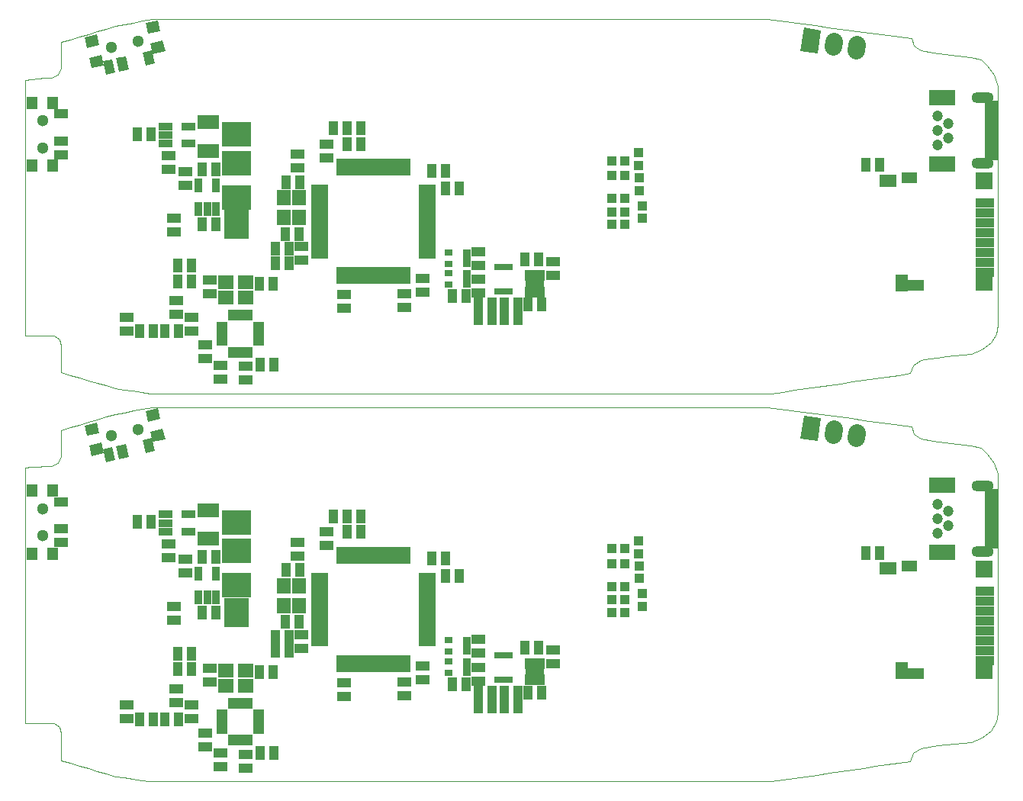
<source format=gbr>
G04 #@! TF.FileFunction,Soldermask,Top*
%FSLAX46Y46*%
G04 Gerber Fmt 4.6, Leading zero omitted, Abs format (unit mm)*
G04 Created by KiCad (PCBNEW 4.0.2+dfsg1-stable) date Sat 02 Apr 2016 08:09:56 PM CEST*
%MOMM*%
G01*
G04 APERTURE LIST*
%ADD10C,0.150000*%
%ADD11C,0.100000*%
%ADD12R,0.908000X0.704800*%
%ADD13R,0.600000X0.800000*%
%ADD14R,1.035000X1.543000*%
%ADD15R,1.543000X1.035000*%
%ADD16C,1.200000*%
%ADD17R,2.900000X1.800000*%
%ADD18O,2.450000X1.250000*%
%ADD19R,1.600000X6.600000*%
%ADD20R,1.100000X1.000000*%
%ADD21R,1.000000X1.100000*%
%ADD22R,1.799540X1.598880*%
%ADD23R,1.598880X1.799540*%
%ADD24R,2.150000X1.100000*%
%ADD25R,1.900000X1.900000*%
%ADD26R,1.900000X1.700000*%
%ADD27R,1.800000X1.200000*%
%ADD28R,1.950000X1.400000*%
%ADD29R,1.400000X1.850000*%
%ADD30R,1.900000X1.200000*%
%ADD31R,0.948640X1.598880*%
%ADD32R,1.598880X0.948640*%
%ADD33R,1.500000X1.100000*%
%ADD34R,1.200000X1.400000*%
%ADD35C,1.300000*%
%ADD36C,1.924000*%
%ADD37R,1.901140X0.669240*%
%ADD38R,0.648920X1.901140*%
%ADD39R,2.398980X1.598880*%
%ADD40R,0.700000X1.150000*%
%ADD41R,2.000000X0.850000*%
%ADD42R,1.162000X0.654000*%
%ADD43R,0.654000X1.162000*%
%ADD44R,2.700000X3.200000*%
%ADD45R,3.200000X2.700000*%
G04 APERTURE END LIST*
D10*
D11*
X76847362Y-132519297D02*
X76846256Y-131355372D01*
X76847362Y-133709297D02*
X76846256Y-132545372D01*
X184823672Y-130009669D02*
X184823672Y-156552737D01*
X184823672Y-156552737D02*
X184639437Y-157502628D01*
X184639437Y-157502628D02*
X184011984Y-158473819D01*
X184011984Y-158473819D02*
X183028434Y-159241019D01*
X183028434Y-159241019D02*
X181885338Y-159743638D01*
X181885338Y-159743638D02*
X180946166Y-159822981D01*
X180946166Y-159822981D02*
X179997997Y-159911175D01*
X179997997Y-159911175D02*
X179058819Y-160008122D01*
X179058819Y-160008122D02*
X178119541Y-160122762D01*
X178119541Y-160122762D02*
X177189253Y-160255113D01*
X177189253Y-160255113D02*
X176267650Y-160457841D01*
X176267650Y-160457841D02*
X175434781Y-160987006D01*
X175434781Y-160987006D02*
X175062612Y-161877597D01*
X175062612Y-161877597D02*
X173777838Y-162071584D01*
X173777838Y-162071584D02*
X172493062Y-162256725D01*
X172493062Y-162256725D02*
X171208288Y-162441963D01*
X171208288Y-162441963D02*
X169923509Y-162627100D01*
X169923509Y-162627100D02*
X168638634Y-162812238D01*
X168638634Y-162812238D02*
X167353859Y-163006225D01*
X167353859Y-163006225D02*
X166069081Y-163191462D01*
X166069081Y-163191462D02*
X164784297Y-163376600D01*
X164784297Y-163376600D02*
X163499531Y-163561838D01*
X163499531Y-163561838D02*
X162214753Y-163755825D01*
X162214753Y-163755825D02*
X160929978Y-163940963D01*
X160929978Y-163940963D02*
X159645103Y-164126103D01*
X159645103Y-164126103D02*
X90726700Y-164126103D01*
X90726700Y-164126103D02*
X89760847Y-163985012D01*
X89760847Y-163985012D02*
X88795091Y-163835172D01*
X88795091Y-163835172D02*
X87820344Y-163694081D01*
X87820344Y-163694081D02*
X86854587Y-163544141D01*
X86854587Y-163544141D02*
X85853266Y-163253209D01*
X85853266Y-163253209D02*
X84852041Y-162953328D01*
X84852041Y-162953328D02*
X83850816Y-162662397D01*
X83850816Y-162662397D02*
X82849591Y-162362519D01*
X82849591Y-162362519D02*
X81848269Y-162071584D01*
X81848269Y-162071584D02*
X80847034Y-161771803D01*
X80847034Y-161771803D02*
X80855925Y-161031053D01*
X80855925Y-161031053D02*
X80855925Y-159540800D01*
X80855925Y-159540800D02*
X80847034Y-158791300D01*
X80847034Y-158791300D02*
X80643222Y-158094694D01*
X80643222Y-158094694D02*
X80049541Y-157671422D01*
X80049541Y-157671422D02*
X76850841Y-157671422D01*
X76850841Y-157671422D02*
X76850841Y-138536566D01*
X76849578Y-138527719D02*
X76848472Y-137334944D01*
X76848472Y-137304944D02*
X76848472Y-136142072D01*
X76848472Y-136112072D02*
X76847362Y-134939297D01*
X76847362Y-134889297D02*
X76846256Y-133725372D01*
X76844362Y-132319919D02*
X76844362Y-129304216D01*
X76824362Y-129304216D02*
X76823672Y-129304216D01*
X76823672Y-129304216D02*
X77559128Y-129233619D01*
X77559128Y-129233619D02*
X78285691Y-129171972D01*
X78285691Y-129171972D02*
X79021147Y-129118978D01*
X79021147Y-129118978D02*
X79747713Y-129101378D01*
X79747713Y-129101378D02*
X80509747Y-128783900D01*
X80509747Y-128783900D02*
X80837559Y-128016800D01*
X80837559Y-128016800D02*
X80837559Y-125133337D01*
X80837559Y-125133337D02*
X81838784Y-124842306D01*
X81838784Y-124842306D02*
X82848900Y-124542525D01*
X82848900Y-124542525D02*
X83850125Y-124251494D01*
X83850125Y-124251494D02*
X84860231Y-123951713D01*
X84860231Y-123951713D02*
X85861562Y-123651931D01*
X85861562Y-123651931D02*
X86871681Y-123360903D01*
X86871681Y-123360903D02*
X87864012Y-123166913D01*
X87864012Y-123166913D02*
X88865238Y-122972928D01*
X88865238Y-122972928D02*
X89857669Y-122770091D01*
X89857669Y-122770091D02*
X90967963Y-122576103D01*
X90967963Y-122576103D02*
X159237262Y-122576103D01*
X159237262Y-122576103D02*
X160575191Y-122761347D01*
X160575191Y-122761347D02*
X161904319Y-122937631D01*
X161904319Y-122937631D02*
X163242356Y-123114019D01*
X163242356Y-123114019D02*
X164580288Y-123290406D01*
X164580288Y-123290406D02*
X165909425Y-123466694D01*
X165909425Y-123466694D02*
X167247344Y-123651931D01*
X167247344Y-123651931D02*
X168576491Y-123828319D01*
X168576491Y-123828319D02*
X169914519Y-124004609D01*
X169914519Y-124004609D02*
X171252450Y-124180997D01*
X171252450Y-124180997D02*
X172581584Y-124366137D01*
X172581584Y-124366137D02*
X173919516Y-124542525D01*
X173919516Y-124542525D02*
X175257544Y-124718919D01*
X175257544Y-124718919D02*
X175514519Y-125565359D01*
X175514519Y-125565359D02*
X176241084Y-126059225D01*
X176241084Y-126059225D02*
X177605591Y-126297263D01*
X177605591Y-126297263D02*
X178978988Y-126500097D01*
X178978988Y-126500097D02*
X180361278Y-126667644D01*
X180361278Y-126667644D02*
X181743569Y-126799878D01*
X181743569Y-126799878D02*
X182957506Y-127090909D01*
X182957506Y-127090909D02*
X183664756Y-127744300D01*
X183664756Y-127744300D02*
X184364734Y-128767128D01*
X184364734Y-128767128D02*
X184823672Y-130009669D01*
X76847362Y-89459297D02*
X76846256Y-88295372D01*
X76847362Y-90649297D02*
X76846256Y-89485372D01*
X184823672Y-86949669D02*
X184823672Y-113492737D01*
X184823672Y-113492737D02*
X184639437Y-114442628D01*
X184639437Y-114442628D02*
X184011984Y-115413819D01*
X184011984Y-115413819D02*
X183028434Y-116181019D01*
X183028434Y-116181019D02*
X181885338Y-116683638D01*
X181885338Y-116683638D02*
X180946166Y-116762981D01*
X180946166Y-116762981D02*
X179997997Y-116851175D01*
X179997997Y-116851175D02*
X179058819Y-116948122D01*
X179058819Y-116948122D02*
X178119541Y-117062762D01*
X178119541Y-117062762D02*
X177189253Y-117195113D01*
X177189253Y-117195113D02*
X176267650Y-117397841D01*
X176267650Y-117397841D02*
X175434781Y-117927006D01*
X175434781Y-117927006D02*
X175062612Y-118817597D01*
X175062612Y-118817597D02*
X173777838Y-119011584D01*
X173777838Y-119011584D02*
X172493062Y-119196725D01*
X172493062Y-119196725D02*
X171208288Y-119381963D01*
X171208288Y-119381963D02*
X169923509Y-119567100D01*
X169923509Y-119567100D02*
X168638634Y-119752238D01*
X168638634Y-119752238D02*
X167353859Y-119946225D01*
X167353859Y-119946225D02*
X166069081Y-120131462D01*
X166069081Y-120131462D02*
X164784297Y-120316600D01*
X164784297Y-120316600D02*
X163499531Y-120501838D01*
X163499531Y-120501838D02*
X162214753Y-120695825D01*
X162214753Y-120695825D02*
X160929978Y-120880963D01*
X160929978Y-120880963D02*
X159645103Y-121066103D01*
X159645103Y-121066103D02*
X90726700Y-121066103D01*
X90726700Y-121066103D02*
X89760847Y-120925012D01*
X89760847Y-120925012D02*
X88795091Y-120775172D01*
X88795091Y-120775172D02*
X87820344Y-120634081D01*
X87820344Y-120634081D02*
X86854587Y-120484141D01*
X86854587Y-120484141D02*
X85853266Y-120193209D01*
X85853266Y-120193209D02*
X84852041Y-119893328D01*
X84852041Y-119893328D02*
X83850816Y-119602397D01*
X83850816Y-119602397D02*
X82849591Y-119302519D01*
X82849591Y-119302519D02*
X81848269Y-119011584D01*
X81848269Y-119011584D02*
X80847034Y-118711803D01*
X80847034Y-118711803D02*
X80855925Y-117971053D01*
X80855925Y-117971053D02*
X80855925Y-116480800D01*
X80855925Y-116480800D02*
X80847034Y-115731300D01*
X80847034Y-115731300D02*
X80643222Y-115034694D01*
X80643222Y-115034694D02*
X80049541Y-114611422D01*
X80049541Y-114611422D02*
X76850841Y-114611422D01*
X76850841Y-114611422D02*
X76850841Y-95476566D01*
X76849578Y-95467719D02*
X76848472Y-94274944D01*
X76848472Y-94244944D02*
X76848472Y-93082072D01*
X76848472Y-93052072D02*
X76847362Y-91879297D01*
X76847362Y-91829297D02*
X76846256Y-90665372D01*
X76844362Y-89259919D02*
X76844362Y-86244216D01*
X76824362Y-86244216D02*
X76823672Y-86244216D01*
X76823672Y-86244216D02*
X77559128Y-86173619D01*
X77559128Y-86173619D02*
X78285691Y-86111972D01*
X78285691Y-86111972D02*
X79021147Y-86058978D01*
X79021147Y-86058978D02*
X79747713Y-86041378D01*
X79747713Y-86041378D02*
X80509747Y-85723900D01*
X80509747Y-85723900D02*
X80837559Y-84956800D01*
X80837559Y-84956800D02*
X80837559Y-82073337D01*
X80837559Y-82073337D02*
X81838784Y-81782306D01*
X81838784Y-81782306D02*
X82848900Y-81482525D01*
X82848900Y-81482525D02*
X83850125Y-81191494D01*
X83850125Y-81191494D02*
X84860231Y-80891713D01*
X84860231Y-80891713D02*
X85861562Y-80591931D01*
X85861562Y-80591931D02*
X86871681Y-80300903D01*
X86871681Y-80300903D02*
X87864012Y-80106913D01*
X87864012Y-80106913D02*
X88865238Y-79912928D01*
X88865238Y-79912928D02*
X89857669Y-79710091D01*
X89857669Y-79710091D02*
X90967963Y-79516103D01*
X90967963Y-79516103D02*
X159237262Y-79516103D01*
X159237262Y-79516103D02*
X160575191Y-79701347D01*
X160575191Y-79701347D02*
X161904319Y-79877631D01*
X161904319Y-79877631D02*
X163242356Y-80054019D01*
X163242356Y-80054019D02*
X164580288Y-80230406D01*
X164580288Y-80230406D02*
X165909425Y-80406694D01*
X165909425Y-80406694D02*
X167247344Y-80591931D01*
X167247344Y-80591931D02*
X168576491Y-80768319D01*
X168576491Y-80768319D02*
X169914519Y-80944609D01*
X169914519Y-80944609D02*
X171252450Y-81120997D01*
X171252450Y-81120997D02*
X172581584Y-81306137D01*
X172581584Y-81306137D02*
X173919516Y-81482525D01*
X173919516Y-81482525D02*
X175257544Y-81658919D01*
X175257544Y-81658919D02*
X175514519Y-82505359D01*
X175514519Y-82505359D02*
X176241084Y-82999225D01*
X176241084Y-82999225D02*
X177605591Y-83237263D01*
X177605591Y-83237263D02*
X178978988Y-83440097D01*
X178978988Y-83440097D02*
X180361278Y-83607644D01*
X180361278Y-83607644D02*
X181743569Y-83739878D01*
X181743569Y-83739878D02*
X182957506Y-84030909D01*
X182957506Y-84030909D02*
X183664756Y-84684300D01*
X183664756Y-84684300D02*
X184364734Y-85707128D01*
X184364734Y-85707128D02*
X184823672Y-86949669D01*
D12*
X125886000Y-152075000D03*
X125886000Y-150805000D03*
X123854000Y-152075000D03*
X125886000Y-151440000D03*
X123854000Y-150805000D03*
D13*
X130710000Y-150120000D03*
X130210000Y-150120000D03*
X129710000Y-150120000D03*
X129210000Y-150120000D03*
X130710000Y-152820000D03*
X130210000Y-152820000D03*
X129710000Y-152820000D03*
X129210000Y-152820000D03*
D12*
X125896000Y-149735000D03*
X125896000Y-148465000D03*
X123864000Y-149735000D03*
X125896000Y-149100000D03*
X123864000Y-148465000D03*
D14*
X124278000Y-153340000D03*
X125802000Y-153340000D03*
X131522000Y-154240000D03*
X129998000Y-154240000D03*
X134162000Y-154230000D03*
X132638000Y-154230000D03*
D15*
X135470000Y-151052000D03*
X135470000Y-149528000D03*
D14*
X133882000Y-149240000D03*
X132358000Y-149240000D03*
X128662000Y-154230000D03*
X127138000Y-154230000D03*
X130008000Y-155760000D03*
X131532000Y-155760000D03*
D15*
X127130000Y-151438000D03*
X127130000Y-152962000D03*
X127140000Y-149892000D03*
X127140000Y-148368000D03*
D14*
X128662000Y-155760000D03*
X127138000Y-155760000D03*
D16*
X178100000Y-136560000D03*
X179300000Y-135760000D03*
X178100000Y-134960000D03*
X178100000Y-133360000D03*
D17*
X178650000Y-138660000D03*
D18*
X183150000Y-131310000D03*
D19*
X184100000Y-134960000D03*
D18*
X183150000Y-138610000D03*
D17*
X178650000Y-131260000D03*
D16*
X179300000Y-134160000D03*
D20*
X145010000Y-141580000D03*
X145010000Y-140180000D03*
X144910000Y-137430000D03*
X144910000Y-138830000D03*
D21*
X141985000Y-138280000D03*
X143385000Y-138280000D03*
X141985000Y-139930000D03*
X143385000Y-139930000D03*
X141985000Y-142480000D03*
X143385000Y-142480000D03*
D20*
X143385000Y-145355000D03*
X143385000Y-143955000D03*
X141960000Y-145355000D03*
X141960000Y-143955000D03*
X145385000Y-143280000D03*
X145385000Y-144680000D03*
D15*
X93370000Y-146202000D03*
X93370000Y-144678000D03*
D22*
X99110180Y-151779100D03*
X101309820Y-151779100D03*
X99110180Y-153480900D03*
X101309820Y-153480900D03*
D23*
X105534100Y-144604820D03*
X105534100Y-142405180D03*
X107235900Y-144604820D03*
X107235900Y-142405180D03*
D24*
X183395000Y-150700000D03*
X183395000Y-149600000D03*
X183395000Y-148500000D03*
X183395000Y-147400000D03*
X183395000Y-146300000D03*
X183395000Y-145200000D03*
X183395000Y-144100000D03*
X183395000Y-143000000D03*
D25*
X183270000Y-140550000D03*
D26*
X183270000Y-151900000D03*
D27*
X175020000Y-140200000D03*
D28*
X172595000Y-140500000D03*
D29*
X174170000Y-151825000D03*
D30*
X175670000Y-152150000D03*
D31*
X96110040Y-143652940D03*
X97060000Y-143652940D03*
X98009960Y-143652940D03*
X98009960Y-141057060D03*
X96110040Y-141057060D03*
D32*
X92424560Y-134492540D03*
X92424560Y-135442500D03*
X92424560Y-136392460D03*
X95020440Y-136392460D03*
X95020440Y-134492540D03*
D33*
X80820000Y-133100000D03*
X80820000Y-136100000D03*
X80820000Y-137600000D03*
D34*
X79920000Y-131850000D03*
X77620000Y-131850000D03*
X79920000Y-138850000D03*
X77620000Y-138850000D03*
D35*
X78770000Y-133850000D03*
X78770000Y-136850000D03*
D10*
G36*
X90940672Y-126006818D02*
X91278099Y-127468373D01*
X90206292Y-127715820D01*
X89868865Y-126254265D01*
X90940672Y-126006818D01*
X90940672Y-126006818D01*
G37*
G36*
X88017562Y-126681671D02*
X88354989Y-128143226D01*
X87283182Y-128390673D01*
X86945755Y-126929118D01*
X88017562Y-126681671D01*
X88017562Y-126681671D01*
G37*
G36*
X86556007Y-127019098D02*
X86893434Y-128480653D01*
X85821627Y-128728100D01*
X85484200Y-127266545D01*
X86556007Y-127019098D01*
X86556007Y-127019098D01*
G37*
G36*
X92136077Y-124961109D02*
X92406019Y-126130353D01*
X91041901Y-126445285D01*
X90771959Y-125276041D01*
X92136077Y-124961109D01*
X92136077Y-124961109D01*
G37*
G36*
X91618690Y-122720058D02*
X91888632Y-123889302D01*
X90524514Y-124204234D01*
X90254572Y-123034990D01*
X91618690Y-122720058D01*
X91618690Y-122720058D01*
G37*
G36*
X85315486Y-126535766D02*
X85585428Y-127705010D01*
X84221310Y-128019942D01*
X83951368Y-126850698D01*
X85315486Y-126535766D01*
X85315486Y-126535766D01*
G37*
G36*
X84798099Y-124294715D02*
X85068041Y-125463959D01*
X83703923Y-125778891D01*
X83433981Y-124609647D01*
X84798099Y-124294715D01*
X84798099Y-124294715D01*
G37*
D35*
X89381555Y-125032573D03*
X86458445Y-125707427D03*
D15*
X98550000Y-162502000D03*
X98550000Y-160978000D03*
X94610000Y-140992000D03*
X94610000Y-139468000D03*
X93640000Y-155342000D03*
X93640000Y-153818000D03*
X95360000Y-155668000D03*
X95360000Y-157192000D03*
D14*
X92398000Y-157205000D03*
X93922000Y-157205000D03*
X106172000Y-149630000D03*
X104648000Y-149630000D03*
D10*
G36*
X162914341Y-126087914D02*
X163298592Y-123516829D01*
X165201459Y-123801214D01*
X164817208Y-126372299D01*
X162914341Y-126087914D01*
X162914341Y-126087914D01*
G37*
D36*
X166619933Y-124985891D02*
X166520067Y-125654109D01*
X169132033Y-125361327D02*
X169032167Y-126029545D01*
D14*
X112585000Y-134705000D03*
X114109000Y-134705000D03*
X111061000Y-134705000D03*
D37*
X109510520Y-144781080D03*
X109510520Y-144280700D03*
X109510520Y-143780320D03*
X109510520Y-143279940D03*
X109510520Y-142779560D03*
X109510520Y-142279180D03*
X109510520Y-141778800D03*
X109510520Y-141280960D03*
X109510520Y-148779040D03*
X121509480Y-148779040D03*
X121509480Y-141280960D03*
X109510520Y-145278920D03*
X109510520Y-145779300D03*
X109510520Y-146279680D03*
X109510520Y-146780060D03*
X109510520Y-147280440D03*
X109510520Y-147780820D03*
X109510520Y-148281200D03*
X121509480Y-148281200D03*
X121509480Y-147780820D03*
X121509480Y-147280440D03*
X121509480Y-146780060D03*
X121509480Y-146279680D03*
X121509480Y-145779300D03*
X121509480Y-145278920D03*
X121509480Y-144781080D03*
X121509480Y-144280700D03*
X121509480Y-143780320D03*
X121509480Y-143279940D03*
X121509480Y-142779560D03*
X121509480Y-142279180D03*
X121509480Y-141778800D03*
D38*
X111760960Y-139030520D03*
X112258800Y-139030520D03*
X112759180Y-139030520D03*
X113259560Y-139030520D03*
X113759940Y-139030520D03*
X114260320Y-139030520D03*
X115758920Y-139030520D03*
X116759680Y-139030520D03*
X117260060Y-139030520D03*
X114760700Y-139030520D03*
X115261080Y-139030520D03*
X116259300Y-139030520D03*
X117760440Y-139030520D03*
X118260820Y-139030520D03*
X118761200Y-139030520D03*
X119259040Y-139030520D03*
X111760960Y-151029480D03*
X112258800Y-151029480D03*
X112759180Y-151029480D03*
X113259560Y-151029480D03*
X113759940Y-151029480D03*
X114260320Y-151029480D03*
X114760700Y-151029480D03*
X115261080Y-151029480D03*
X115758920Y-151029480D03*
X116259300Y-151029480D03*
X116759680Y-151029480D03*
X117260060Y-151029480D03*
X117760440Y-151029480D03*
X118260820Y-151029480D03*
X118761200Y-151029480D03*
X119259040Y-151029480D03*
D15*
X110335000Y-136443000D03*
X110335000Y-137967000D03*
D14*
X93773000Y-149955000D03*
X95297000Y-149955000D03*
D15*
X97340000Y-153082000D03*
X97340000Y-151558000D03*
D14*
X102818000Y-151960000D03*
X104342000Y-151960000D03*
X93773000Y-151655000D03*
X95297000Y-151655000D03*
X89548000Y-157205000D03*
X91072000Y-157205000D03*
D15*
X88085000Y-155668000D03*
X88085000Y-157192000D03*
D14*
X104472000Y-160940000D03*
X102948000Y-160940000D03*
X97997000Y-139230000D03*
X96473000Y-139230000D03*
D15*
X96830000Y-158758000D03*
X96830000Y-160282000D03*
X101350000Y-161118000D03*
X101350000Y-162642000D03*
D14*
X106172000Y-148055000D03*
X104648000Y-148055000D03*
D15*
X107510000Y-147843000D03*
X107510000Y-149367000D03*
X107110000Y-137568000D03*
X107110000Y-139092000D03*
X92800000Y-137758000D03*
X92800000Y-139282000D03*
D14*
X123482000Y-139380000D03*
X121958000Y-139380000D03*
D15*
X120970000Y-152842000D03*
X120970000Y-151318000D03*
X112235000Y-154667000D03*
X112235000Y-153143000D03*
D14*
X123478000Y-141360000D03*
X125002000Y-141360000D03*
D15*
X118970000Y-153088000D03*
X118970000Y-154612000D03*
D14*
X90862000Y-135330000D03*
X89338000Y-135330000D03*
X97997000Y-145355000D03*
X96473000Y-145355000D03*
X171662000Y-138780000D03*
X170138000Y-138780000D03*
X112598000Y-136430000D03*
X114122000Y-136430000D03*
X105723000Y-146405000D03*
X107247000Y-146405000D03*
X107322000Y-140655000D03*
X105798000Y-140655000D03*
D39*
X97147500Y-133994840D03*
X97147500Y-137190160D03*
D40*
X134170000Y-151040000D03*
X133670000Y-151040000D03*
X133170000Y-151040000D03*
X132670000Y-151040000D03*
X132670000Y-152840000D03*
X133170000Y-152840000D03*
X133670000Y-152840000D03*
X134170000Y-152840000D03*
D41*
X133420000Y-151940000D03*
D42*
X102809780Y-158505760D03*
D43*
X101760760Y-155455220D03*
D42*
X98710220Y-156504240D03*
D43*
X99759240Y-159554780D03*
D42*
X102809780Y-158005380D03*
D43*
X101260380Y-155455220D03*
D42*
X98710220Y-157004620D03*
D43*
X100259620Y-159554780D03*
D42*
X102809780Y-157505000D03*
D43*
X100760000Y-155455220D03*
D42*
X98710220Y-157505000D03*
D43*
X100760000Y-159554780D03*
D42*
X102809780Y-157004620D03*
D43*
X100259620Y-155455220D03*
D42*
X98710220Y-158005380D03*
D43*
X101260380Y-159554780D03*
D42*
X102809780Y-156504240D03*
D43*
X99759240Y-155455220D03*
D42*
X98710220Y-158505760D03*
D43*
X101760760Y-159554780D03*
D44*
X100310000Y-145355000D03*
D45*
X100310000Y-142355000D03*
X100310000Y-138555000D03*
X100310000Y-135355000D03*
D44*
X100310000Y-102295000D03*
D45*
X100310000Y-99295000D03*
X100310000Y-95495000D03*
X100310000Y-92295000D03*
D42*
X102809780Y-115445760D03*
D43*
X101760760Y-112395220D03*
D42*
X98710220Y-113444240D03*
D43*
X99759240Y-116494780D03*
D42*
X102809780Y-114945380D03*
D43*
X101260380Y-112395220D03*
D42*
X98710220Y-113944620D03*
D43*
X100259620Y-116494780D03*
D42*
X102809780Y-114445000D03*
D43*
X100760000Y-112395220D03*
D42*
X98710220Y-114445000D03*
D43*
X100760000Y-116494780D03*
D42*
X102809780Y-113944620D03*
D43*
X100259620Y-112395220D03*
D42*
X98710220Y-114945380D03*
D43*
X101260380Y-116494780D03*
D42*
X102809780Y-113444240D03*
D43*
X99759240Y-112395220D03*
D42*
X98710220Y-115445760D03*
D43*
X101760760Y-116494780D03*
D40*
X134170000Y-107980000D03*
X133670000Y-107980000D03*
X133170000Y-107980000D03*
X132670000Y-107980000D03*
X132670000Y-109780000D03*
X133170000Y-109780000D03*
X133670000Y-109780000D03*
X134170000Y-109780000D03*
D41*
X133420000Y-108880000D03*
D39*
X97147500Y-90934840D03*
X97147500Y-94130160D03*
D14*
X107322000Y-97595000D03*
X105798000Y-97595000D03*
X105723000Y-103345000D03*
X107247000Y-103345000D03*
X112598000Y-93370000D03*
X114122000Y-93370000D03*
X171662000Y-95720000D03*
X170138000Y-95720000D03*
X97997000Y-102295000D03*
X96473000Y-102295000D03*
X90862000Y-92270000D03*
X89338000Y-92270000D03*
D15*
X118970000Y-110028000D03*
X118970000Y-111552000D03*
D14*
X123478000Y-98300000D03*
X125002000Y-98300000D03*
D15*
X112235000Y-111607000D03*
X112235000Y-110083000D03*
X120970000Y-109782000D03*
X120970000Y-108258000D03*
D14*
X123482000Y-96320000D03*
X121958000Y-96320000D03*
D15*
X92800000Y-94698000D03*
X92800000Y-96222000D03*
X107110000Y-94508000D03*
X107110000Y-96032000D03*
X107510000Y-104783000D03*
X107510000Y-106307000D03*
D14*
X106172000Y-104995000D03*
X104648000Y-104995000D03*
D15*
X101350000Y-118058000D03*
X101350000Y-119582000D03*
X96830000Y-115698000D03*
X96830000Y-117222000D03*
D14*
X97997000Y-96170000D03*
X96473000Y-96170000D03*
X104472000Y-117880000D03*
X102948000Y-117880000D03*
D15*
X88085000Y-112608000D03*
X88085000Y-114132000D03*
D14*
X89548000Y-114145000D03*
X91072000Y-114145000D03*
X93773000Y-108595000D03*
X95297000Y-108595000D03*
X102818000Y-108900000D03*
X104342000Y-108900000D03*
D15*
X97340000Y-110022000D03*
X97340000Y-108498000D03*
D14*
X93773000Y-106895000D03*
X95297000Y-106895000D03*
D15*
X110335000Y-93383000D03*
X110335000Y-94907000D03*
D37*
X109510520Y-101721080D03*
X109510520Y-101220700D03*
X109510520Y-100720320D03*
X109510520Y-100219940D03*
X109510520Y-99719560D03*
X109510520Y-99219180D03*
X109510520Y-98718800D03*
X109510520Y-98220960D03*
X109510520Y-105719040D03*
X121509480Y-105719040D03*
X121509480Y-98220960D03*
X109510520Y-102218920D03*
X109510520Y-102719300D03*
X109510520Y-103219680D03*
X109510520Y-103720060D03*
X109510520Y-104220440D03*
X109510520Y-104720820D03*
X109510520Y-105221200D03*
X121509480Y-105221200D03*
X121509480Y-104720820D03*
X121509480Y-104220440D03*
X121509480Y-103720060D03*
X121509480Y-103219680D03*
X121509480Y-102719300D03*
X121509480Y-102218920D03*
X121509480Y-101721080D03*
X121509480Y-101220700D03*
X121509480Y-100720320D03*
X121509480Y-100219940D03*
X121509480Y-99719560D03*
X121509480Y-99219180D03*
X121509480Y-98718800D03*
D38*
X111760960Y-95970520D03*
X112258800Y-95970520D03*
X112759180Y-95970520D03*
X113259560Y-95970520D03*
X113759940Y-95970520D03*
X114260320Y-95970520D03*
X115758920Y-95970520D03*
X116759680Y-95970520D03*
X117260060Y-95970520D03*
X114760700Y-95970520D03*
X115261080Y-95970520D03*
X116259300Y-95970520D03*
X117760440Y-95970520D03*
X118260820Y-95970520D03*
X118761200Y-95970520D03*
X119259040Y-95970520D03*
X111760960Y-107969480D03*
X112258800Y-107969480D03*
X112759180Y-107969480D03*
X113259560Y-107969480D03*
X113759940Y-107969480D03*
X114260320Y-107969480D03*
X114760700Y-107969480D03*
X115261080Y-107969480D03*
X115758920Y-107969480D03*
X116259300Y-107969480D03*
X116759680Y-107969480D03*
X117260060Y-107969480D03*
X117760440Y-107969480D03*
X118260820Y-107969480D03*
X118761200Y-107969480D03*
X119259040Y-107969480D03*
D14*
X112585000Y-91645000D03*
X114109000Y-91645000D03*
X111061000Y-91645000D03*
D10*
G36*
X162914341Y-83027914D02*
X163298592Y-80456829D01*
X165201459Y-80741214D01*
X164817208Y-83312299D01*
X162914341Y-83027914D01*
X162914341Y-83027914D01*
G37*
D36*
X166619933Y-81925891D02*
X166520067Y-82594109D01*
X169132033Y-82301327D02*
X169032167Y-82969545D01*
D14*
X106172000Y-106570000D03*
X104648000Y-106570000D03*
X92398000Y-114145000D03*
X93922000Y-114145000D03*
D15*
X95360000Y-112608000D03*
X95360000Y-114132000D03*
X93640000Y-112282000D03*
X93640000Y-110758000D03*
X94610000Y-97932000D03*
X94610000Y-96408000D03*
X98550000Y-119442000D03*
X98550000Y-117918000D03*
D10*
G36*
X90940672Y-82946818D02*
X91278099Y-84408373D01*
X90206292Y-84655820D01*
X89868865Y-83194265D01*
X90940672Y-82946818D01*
X90940672Y-82946818D01*
G37*
G36*
X88017562Y-83621671D02*
X88354989Y-85083226D01*
X87283182Y-85330673D01*
X86945755Y-83869118D01*
X88017562Y-83621671D01*
X88017562Y-83621671D01*
G37*
G36*
X86556007Y-83959098D02*
X86893434Y-85420653D01*
X85821627Y-85668100D01*
X85484200Y-84206545D01*
X86556007Y-83959098D01*
X86556007Y-83959098D01*
G37*
G36*
X92136077Y-81901109D02*
X92406019Y-83070353D01*
X91041901Y-83385285D01*
X90771959Y-82216041D01*
X92136077Y-81901109D01*
X92136077Y-81901109D01*
G37*
G36*
X91618690Y-79660058D02*
X91888632Y-80829302D01*
X90524514Y-81144234D01*
X90254572Y-79974990D01*
X91618690Y-79660058D01*
X91618690Y-79660058D01*
G37*
G36*
X85315486Y-83475766D02*
X85585428Y-84645010D01*
X84221310Y-84959942D01*
X83951368Y-83790698D01*
X85315486Y-83475766D01*
X85315486Y-83475766D01*
G37*
G36*
X84798099Y-81234715D02*
X85068041Y-82403959D01*
X83703923Y-82718891D01*
X83433981Y-81549647D01*
X84798099Y-81234715D01*
X84798099Y-81234715D01*
G37*
D35*
X89381555Y-81972573D03*
X86458445Y-82647427D03*
D33*
X80820000Y-90040000D03*
X80820000Y-93040000D03*
X80820000Y-94540000D03*
D34*
X79920000Y-88790000D03*
X77620000Y-88790000D03*
X79920000Y-95790000D03*
X77620000Y-95790000D03*
D35*
X78770000Y-90790000D03*
X78770000Y-93790000D03*
D32*
X92424560Y-91432540D03*
X92424560Y-92382500D03*
X92424560Y-93332460D03*
X95020440Y-93332460D03*
X95020440Y-91432540D03*
D31*
X96110040Y-100592940D03*
X97060000Y-100592940D03*
X98009960Y-100592940D03*
X98009960Y-97997060D03*
X96110040Y-97997060D03*
D24*
X183395000Y-107640000D03*
X183395000Y-106540000D03*
X183395000Y-105440000D03*
X183395000Y-104340000D03*
X183395000Y-103240000D03*
X183395000Y-102140000D03*
X183395000Y-101040000D03*
X183395000Y-99940000D03*
D25*
X183270000Y-97490000D03*
D26*
X183270000Y-108840000D03*
D27*
X175020000Y-97140000D03*
D28*
X172595000Y-97440000D03*
D29*
X174170000Y-108765000D03*
D30*
X175670000Y-109090000D03*
D23*
X105534100Y-101544820D03*
X105534100Y-99345180D03*
X107235900Y-101544820D03*
X107235900Y-99345180D03*
D22*
X99110180Y-108719100D03*
X101309820Y-108719100D03*
X99110180Y-110420900D03*
X101309820Y-110420900D03*
D15*
X93370000Y-103142000D03*
X93370000Y-101618000D03*
D20*
X145385000Y-100220000D03*
X145385000Y-101620000D03*
X141960000Y-102295000D03*
X141960000Y-100895000D03*
X143385000Y-102295000D03*
X143385000Y-100895000D03*
D21*
X141985000Y-99420000D03*
X143385000Y-99420000D03*
X141985000Y-96870000D03*
X143385000Y-96870000D03*
X141985000Y-95220000D03*
X143385000Y-95220000D03*
D20*
X144910000Y-94370000D03*
X144910000Y-95770000D03*
X145010000Y-98520000D03*
X145010000Y-97120000D03*
D16*
X178100000Y-93500000D03*
X179300000Y-92700000D03*
X178100000Y-91900000D03*
X178100000Y-90300000D03*
D17*
X178650000Y-95600000D03*
D18*
X183150000Y-88250000D03*
D19*
X184100000Y-91900000D03*
D18*
X183150000Y-95550000D03*
D17*
X178650000Y-88200000D03*
D16*
X179300000Y-91100000D03*
D14*
X128662000Y-112700000D03*
X127138000Y-112700000D03*
D15*
X127140000Y-106832000D03*
X127140000Y-105308000D03*
X127130000Y-108378000D03*
X127130000Y-109902000D03*
D14*
X130008000Y-112700000D03*
X131532000Y-112700000D03*
X128662000Y-111170000D03*
X127138000Y-111170000D03*
X133882000Y-106180000D03*
X132358000Y-106180000D03*
D15*
X135470000Y-107992000D03*
X135470000Y-106468000D03*
D14*
X134162000Y-111170000D03*
X132638000Y-111170000D03*
X131522000Y-111180000D03*
X129998000Y-111180000D03*
X124278000Y-110280000D03*
X125802000Y-110280000D03*
D12*
X125896000Y-106675000D03*
X125896000Y-105405000D03*
X123864000Y-106675000D03*
X125896000Y-106040000D03*
X123864000Y-105405000D03*
D13*
X130710000Y-107060000D03*
X130210000Y-107060000D03*
X129710000Y-107060000D03*
X129210000Y-107060000D03*
X130710000Y-109760000D03*
X130210000Y-109760000D03*
X129710000Y-109760000D03*
X129210000Y-109760000D03*
D12*
X125886000Y-109015000D03*
X125886000Y-107745000D03*
X123854000Y-109015000D03*
X125886000Y-108380000D03*
X123854000Y-107745000D03*
M02*

</source>
